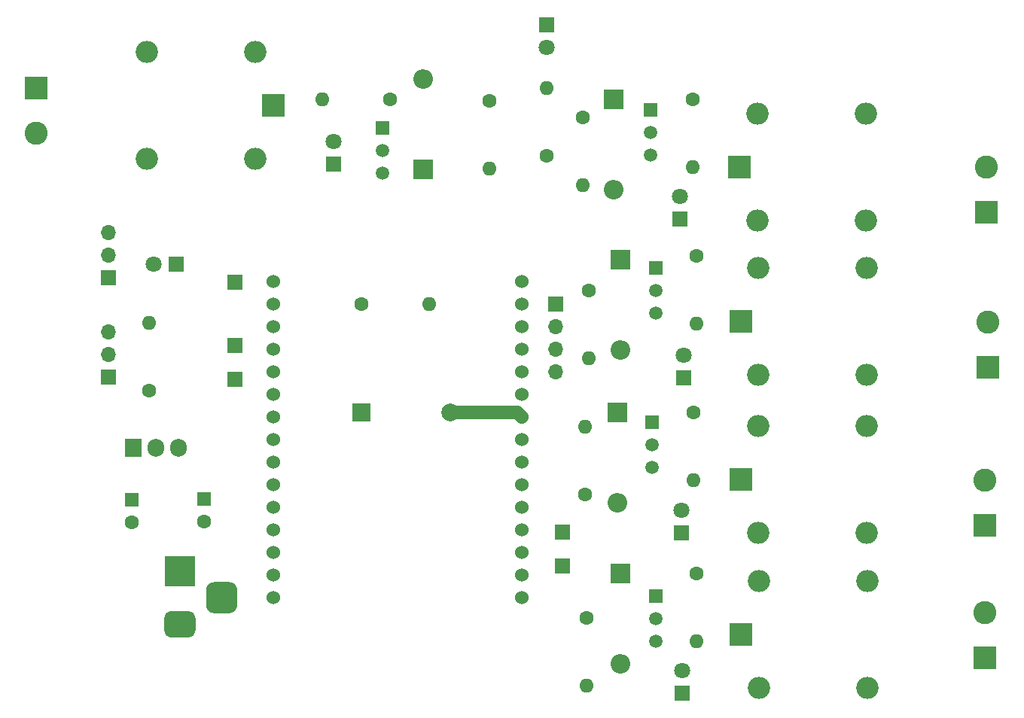
<source format=gbr>
%TF.GenerationSoftware,KiCad,Pcbnew,(5.1.12)-1*%
%TF.CreationDate,2022-04-15T12:04:31+05:30*%
%TF.ProjectId,smart_car,736d6172-745f-4636-9172-2e6b69636164,rev?*%
%TF.SameCoordinates,Original*%
%TF.FileFunction,Copper,L2,Bot*%
%TF.FilePolarity,Positive*%
%FSLAX46Y46*%
G04 Gerber Fmt 4.6, Leading zero omitted, Abs format (unit mm)*
G04 Created by KiCad (PCBNEW (5.1.12)-1) date 2022-04-15 12:04:31*
%MOMM*%
%LPD*%
G01*
G04 APERTURE LIST*
%TA.AperFunction,ComponentPad*%
%ADD10R,1.700000X1.700000*%
%TD*%
%TA.AperFunction,ComponentPad*%
%ADD11C,2.600000*%
%TD*%
%TA.AperFunction,ComponentPad*%
%ADD12R,2.600000X2.600000*%
%TD*%
%TA.AperFunction,ComponentPad*%
%ADD13C,1.600000*%
%TD*%
%TA.AperFunction,ComponentPad*%
%ADD14R,1.600000X1.600000*%
%TD*%
%TA.AperFunction,ComponentPad*%
%ADD15C,1.524000*%
%TD*%
%TA.AperFunction,ComponentPad*%
%ADD16O,1.600000X1.600000*%
%TD*%
%TA.AperFunction,ComponentPad*%
%ADD17R,1.500000X1.500000*%
%TD*%
%TA.AperFunction,ComponentPad*%
%ADD18C,1.500000*%
%TD*%
%TA.AperFunction,ComponentPad*%
%ADD19O,2.500000X2.500000*%
%TD*%
%TA.AperFunction,ComponentPad*%
%ADD20R,2.500000X2.500000*%
%TD*%
%TA.AperFunction,ComponentPad*%
%ADD21O,1.700000X1.700000*%
%TD*%
%TA.AperFunction,ComponentPad*%
%ADD22C,1.800000*%
%TD*%
%TA.AperFunction,ComponentPad*%
%ADD23R,1.800000X1.800000*%
%TD*%
%TA.AperFunction,ComponentPad*%
%ADD24O,2.200000X2.200000*%
%TD*%
%TA.AperFunction,ComponentPad*%
%ADD25R,2.200000X2.200000*%
%TD*%
%TA.AperFunction,ComponentPad*%
%ADD26R,2.000000X2.000000*%
%TD*%
%TA.AperFunction,ComponentPad*%
%ADD27C,2.000000*%
%TD*%
%TA.AperFunction,ComponentPad*%
%ADD28O,1.905000X2.000000*%
%TD*%
%TA.AperFunction,ComponentPad*%
%ADD29R,1.905000X2.000000*%
%TD*%
%TA.AperFunction,ComponentPad*%
%ADD30R,3.500000X3.500000*%
%TD*%
%TA.AperFunction,Conductor*%
%ADD31C,1.500000*%
%TD*%
G04 APERTURE END LIST*
D10*
%TO.P,J9,1*%
%TO.N,expin4*%
X66040000Y-123190000D03*
%TD*%
%TO.P,J8,1*%
%TO.N,expin3*%
X66040000Y-119380000D03*
%TD*%
%TO.P,J7,1*%
%TO.N,espin2*%
X102870000Y-144145000D03*
%TD*%
%TO.P,J6,1*%
%TO.N,espin1*%
X102870000Y-140335000D03*
%TD*%
%TO.P,J5,1*%
%TO.N,expin*%
X66040000Y-112268000D03*
%TD*%
D11*
%TO.P,J14,2*%
%TO.N,Net-(J14-Pad2)*%
X150431500Y-149415500D03*
D12*
%TO.P,J14,1*%
%TO.N,Net-(J14-Pad1)*%
X150431500Y-154495500D03*
%TD*%
D11*
%TO.P,J13,2*%
%TO.N,Net-(J13-Pad2)*%
X150431500Y-134493000D03*
D12*
%TO.P,J13,1*%
%TO.N,Net-(J13-Pad1)*%
X150431500Y-139573000D03*
%TD*%
D11*
%TO.P,J12,2*%
%TO.N,Net-(J12-Pad2)*%
X150558500Y-99250500D03*
D12*
%TO.P,J12,1*%
%TO.N,Net-(J12-Pad1)*%
X150558500Y-104330500D03*
%TD*%
D11*
%TO.P,J11,2*%
%TO.N,Net-(J11-Pad2)*%
X150749000Y-116713000D03*
D12*
%TO.P,J11,1*%
%TO.N,Net-(J11-Pad1)*%
X150749000Y-121793000D03*
%TD*%
D11*
%TO.P,J10,2*%
%TO.N,Net-(J10-Pad2)*%
X43688000Y-95504000D03*
D12*
%TO.P,J10,1*%
%TO.N,Net-(J10-Pad1)*%
X43688000Y-90424000D03*
%TD*%
D13*
%TO.P,C2,2*%
%TO.N,GND*%
X62585600Y-139139300D03*
D14*
%TO.P,C2,1*%
%TO.N,VCC*%
X62585600Y-136639300D03*
%TD*%
D15*
%TO.P,U2,30*%
%TO.N,headlamp*%
X98298000Y-112141000D03*
%TO.P,U2,29*%
%TO.N,buzz*%
X98298000Y-114681000D03*
%TO.P,U2,28*%
%TO.N,echo*%
X98298000Y-117221000D03*
%TO.P,U2,27*%
%TO.N,trigger*%
X98298000Y-119761000D03*
%TO.P,U2,26*%
%TO.N,relay5*%
X98298000Y-122301000D03*
%TO.P,U2,25*%
%TO.N,N/C*%
X98298000Y-124841000D03*
%TO.P,U2,24*%
%TO.N,GND*%
X98298000Y-127381000D03*
%TO.P,U2,23*%
%TO.N,relay1*%
X98298000Y-129921000D03*
%TO.P,U2,22*%
%TO.N,relay2*%
X98298000Y-132461000D03*
%TO.P,U2,21*%
%TO.N,relay3*%
X98298000Y-135001000D03*
%TO.P,U2,20*%
%TO.N,relay4*%
X98298000Y-137541000D03*
%TO.P,U2,19*%
%TO.N,espin1*%
X98298000Y-140081000D03*
%TO.P,U2,18*%
%TO.N,espin2*%
X98298000Y-142621000D03*
%TO.P,U2,17*%
%TO.N,GND*%
X98298000Y-145161000D03*
%TO.P,U2,16*%
%TO.N,N/C*%
X98298000Y-147701000D03*
%TO.P,U2,15*%
%TO.N,VCC*%
X70358000Y-147701000D03*
%TO.P,U2,14*%
%TO.N,GND*%
X70358000Y-145161000D03*
%TO.P,U2,13*%
%TO.N,N/C*%
X70358000Y-142621000D03*
%TO.P,U2,12*%
X70358000Y-140081000D03*
%TO.P,U2,11*%
X70358000Y-137541000D03*
%TO.P,U2,10*%
%TO.N,GND*%
X70358000Y-135001000D03*
%TO.P,U2,9*%
%TO.N,N/C*%
X70358000Y-132461000D03*
%TO.P,U2,8*%
X70358000Y-129921000D03*
%TO.P,U2,7*%
X70358000Y-127381000D03*
%TO.P,U2,6*%
X70358000Y-124841000D03*
%TO.P,U2,5*%
%TO.N,expin4*%
X70358000Y-122301000D03*
%TO.P,U2,4*%
%TO.N,expin3*%
X70358000Y-119761000D03*
%TO.P,U2,3*%
%TO.N,N/C*%
X70358000Y-117221000D03*
%TO.P,U2,2*%
%TO.N,GND*%
X70358000Y-114681000D03*
%TO.P,U2,1*%
%TO.N,expin*%
X70358000Y-112141000D03*
%TD*%
D16*
%TO.P,R7,2*%
%TO.N,Net-(D6-Pad2)*%
X75844400Y-91643200D03*
D13*
%TO.P,R7,1*%
%TO.N,VCC*%
X83464400Y-91643200D03*
%TD*%
D16*
%TO.P,R4,2*%
%TO.N,relay5*%
X94691200Y-99466400D03*
D13*
%TO.P,R4,1*%
%TO.N,Net-(Q1-Pad2)*%
X94691200Y-91846400D03*
%TD*%
D16*
%TO.P,R2,2*%
%TO.N,Net-(D1-Pad2)*%
X101092000Y-90424000D03*
D13*
%TO.P,R2,1*%
%TO.N,headlamp*%
X101092000Y-98044000D03*
%TD*%
D16*
%TO.P,R1,2*%
%TO.N,buzz*%
X87947500Y-114681000D03*
D13*
%TO.P,R1,1*%
%TO.N,Net-(BZ1-Pad1)*%
X80327500Y-114681000D03*
%TD*%
D17*
%TO.P,Q1,1*%
%TO.N,Net-(D3-Pad2)*%
X82651600Y-94843600D03*
D18*
%TO.P,Q1,3*%
%TO.N,GND*%
X82651600Y-99923600D03*
%TO.P,Q1,2*%
%TO.N,Net-(Q1-Pad2)*%
X82651600Y-97383600D03*
%TD*%
D19*
%TO.P,K1,5*%
%TO.N,VCC*%
X68358000Y-98354400D03*
%TO.P,K1,4*%
%TO.N,N/C*%
X56158000Y-98354400D03*
%TO.P,K1,3*%
%TO.N,Net-(J10-Pad1)*%
X56158000Y-86354400D03*
%TO.P,K1,2*%
%TO.N,Net-(D3-Pad2)*%
X68358000Y-86354400D03*
D20*
%TO.P,K1,1*%
%TO.N,Net-(J10-Pad2)*%
X70358000Y-92354400D03*
%TD*%
D21*
%TO.P,J2,4*%
%TO.N,GND*%
X102108000Y-122301000D03*
%TO.P,J2,3*%
%TO.N,trigger*%
X102108000Y-119761000D03*
%TO.P,J2,2*%
%TO.N,echo*%
X102108000Y-117221000D03*
D10*
%TO.P,J2,1*%
%TO.N,VCC*%
X102108000Y-114681000D03*
%TD*%
D22*
%TO.P,D6,2*%
%TO.N,Net-(D6-Pad2)*%
X77114400Y-96418400D03*
D23*
%TO.P,D6,1*%
%TO.N,Net-(D3-Pad2)*%
X77114400Y-98958400D03*
%TD*%
D24*
%TO.P,D3,2*%
%TO.N,Net-(D3-Pad2)*%
X87249000Y-89408000D03*
D25*
%TO.P,D3,1*%
%TO.N,VCC*%
X87249000Y-99568000D03*
%TD*%
D22*
%TO.P,D1,2*%
%TO.N,Net-(D1-Pad2)*%
X101092000Y-85852000D03*
D23*
%TO.P,D1,1*%
%TO.N,GND*%
X101092000Y-83312000D03*
%TD*%
D26*
%TO.P,BZ1,1*%
%TO.N,Net-(BZ1-Pad1)*%
X80264000Y-126873000D03*
D27*
%TO.P,BZ1,2*%
%TO.N,GND*%
X90264000Y-126873000D03*
%TD*%
D17*
%TO.P,Q2,1*%
%TO.N,Net-(D4-Pad2)*%
X113411000Y-110617000D03*
D18*
%TO.P,Q2,3*%
%TO.N,GND*%
X113411000Y-115697000D03*
%TO.P,Q2,2*%
%TO.N,Net-(Q2-Pad2)*%
X113411000Y-113157000D03*
%TD*%
D17*
%TO.P,Q3,1*%
%TO.N,Net-(D5-Pad2)*%
X112839500Y-92837000D03*
D18*
%TO.P,Q3,3*%
%TO.N,GND*%
X112839500Y-97917000D03*
%TO.P,Q3,2*%
%TO.N,Net-(Q3-Pad2)*%
X112839500Y-95377000D03*
%TD*%
D17*
%TO.P,Q4,1*%
%TO.N,Net-(D11-Pad1)*%
X112966500Y-128016000D03*
D18*
%TO.P,Q4,3*%
%TO.N,GND*%
X112966500Y-133096000D03*
%TO.P,Q4,2*%
%TO.N,Net-(Q4-Pad2)*%
X112966500Y-130556000D03*
%TD*%
D17*
%TO.P,Q5,1*%
%TO.N,Net-(D10-Pad2)*%
X113411000Y-147510500D03*
D18*
%TO.P,Q5,3*%
%TO.N,GND*%
X113411000Y-152590500D03*
%TO.P,Q5,2*%
%TO.N,Net-(Q5-Pad2)*%
X113411000Y-150050500D03*
%TD*%
D28*
%TO.P,U1,3*%
%TO.N,VCC*%
X59690000Y-130873500D03*
%TO.P,U1,2*%
%TO.N,GND*%
X57150000Y-130873500D03*
D29*
%TO.P,U1,1*%
%TO.N,Net-(C1-Pad1)*%
X54610000Y-130873500D03*
%TD*%
D16*
%TO.P,R8,2*%
%TO.N,Net-(D7-Pad2)*%
X117983000Y-116903500D03*
D13*
%TO.P,R8,1*%
%TO.N,VCC*%
X117983000Y-109283500D03*
%TD*%
D16*
%TO.P,R9,2*%
%TO.N,Net-(D8-Pad2)*%
X117538500Y-99250500D03*
D13*
%TO.P,R9,1*%
%TO.N,VCC*%
X117538500Y-91630500D03*
%TD*%
D16*
%TO.P,R12,2*%
%TO.N,Net-(D11-Pad2)*%
X117602000Y-134493000D03*
D13*
%TO.P,R12,1*%
%TO.N,VCC*%
X117602000Y-126873000D03*
%TD*%
D16*
%TO.P,R5,2*%
%TO.N,relay2*%
X105867200Y-120751600D03*
D13*
%TO.P,R5,1*%
%TO.N,Net-(Q2-Pad2)*%
X105867200Y-113131600D03*
%TD*%
D16*
%TO.P,R6,2*%
%TO.N,relay1*%
X105206800Y-101346000D03*
D13*
%TO.P,R6,1*%
%TO.N,Net-(Q3-Pad2)*%
X105206800Y-93726000D03*
%TD*%
D16*
%TO.P,R10,2*%
%TO.N,relay3*%
X105410000Y-128460500D03*
D13*
%TO.P,R10,1*%
%TO.N,Net-(Q4-Pad2)*%
X105410000Y-136080500D03*
%TD*%
D16*
%TO.P,R13,2*%
%TO.N,Net-(D12-Pad2)*%
X117983000Y-152590500D03*
D13*
%TO.P,R13,1*%
%TO.N,VCC*%
X117983000Y-144970500D03*
%TD*%
D16*
%TO.P,R11,2*%
%TO.N,relay4*%
X105600500Y-157607000D03*
D13*
%TO.P,R11,1*%
%TO.N,Net-(Q5-Pad2)*%
X105600500Y-149987000D03*
%TD*%
D16*
%TO.P,R3,2*%
%TO.N,Net-(D2-Pad2)*%
X56388000Y-116840000D03*
D13*
%TO.P,R3,1*%
%TO.N,VCC*%
X56388000Y-124460000D03*
%TD*%
D21*
%TO.P,J4,3*%
%TO.N,GND*%
X51816000Y-106680000D03*
%TO.P,J4,2*%
X51816000Y-109220000D03*
D10*
%TO.P,J4,1*%
X51816000Y-111760000D03*
%TD*%
D21*
%TO.P,J3,3*%
%TO.N,VCC*%
X51816000Y-117856000D03*
%TO.P,J3,2*%
X51816000Y-120396000D03*
D10*
%TO.P,J3,1*%
X51816000Y-122936000D03*
%TD*%
%TO.P,J1,3*%
%TO.N,N/C*%
%TA.AperFunction,ComponentPad*%
G36*
G01*
X65442800Y-149466500D02*
X63692800Y-149466500D01*
G75*
G02*
X62817800Y-148591500I0J875000D01*
G01*
X62817800Y-146841500D01*
G75*
G02*
X63692800Y-145966500I875000J0D01*
G01*
X65442800Y-145966500D01*
G75*
G02*
X66317800Y-146841500I0J-875000D01*
G01*
X66317800Y-148591500D01*
G75*
G02*
X65442800Y-149466500I-875000J0D01*
G01*
G37*
%TD.AperFunction*%
%TO.P,J1,2*%
%TO.N,GND*%
%TA.AperFunction,ComponentPad*%
G36*
G01*
X60867800Y-152216500D02*
X58867800Y-152216500D01*
G75*
G02*
X58117800Y-151466500I0J750000D01*
G01*
X58117800Y-149966500D01*
G75*
G02*
X58867800Y-149216500I750000J0D01*
G01*
X60867800Y-149216500D01*
G75*
G02*
X61617800Y-149966500I0J-750000D01*
G01*
X61617800Y-151466500D01*
G75*
G02*
X60867800Y-152216500I-750000J0D01*
G01*
G37*
%TD.AperFunction*%
D30*
%TO.P,J1,1*%
%TO.N,Net-(C1-Pad1)*%
X59867800Y-144716500D03*
%TD*%
D22*
%TO.P,D7,2*%
%TO.N,Net-(D7-Pad2)*%
X116522500Y-120459500D03*
D23*
%TO.P,D7,1*%
%TO.N,Net-(D4-Pad2)*%
X116522500Y-122999500D03*
%TD*%
D22*
%TO.P,D8,2*%
%TO.N,Net-(D8-Pad2)*%
X116078000Y-102616000D03*
D23*
%TO.P,D8,1*%
%TO.N,Net-(D5-Pad2)*%
X116078000Y-105156000D03*
%TD*%
D22*
%TO.P,D11,2*%
%TO.N,Net-(D11-Pad2)*%
X116268500Y-137858500D03*
D23*
%TO.P,D11,1*%
%TO.N,Net-(D11-Pad1)*%
X116268500Y-140398500D03*
%TD*%
D22*
%TO.P,D12,2*%
%TO.N,Net-(D12-Pad2)*%
X116332000Y-155892500D03*
D23*
%TO.P,D12,1*%
%TO.N,Net-(D10-Pad2)*%
X116332000Y-158432500D03*
%TD*%
D22*
%TO.P,D2,2*%
%TO.N,Net-(D2-Pad2)*%
X56896000Y-110236000D03*
D23*
%TO.P,D2,1*%
%TO.N,GND*%
X59436000Y-110236000D03*
%TD*%
D13*
%TO.P,C1,2*%
%TO.N,GND*%
X54483000Y-139240900D03*
D14*
%TO.P,C1,1*%
%TO.N,Net-(C1-Pad1)*%
X54483000Y-136740900D03*
%TD*%
D19*
%TO.P,K2,5*%
%TO.N,VCC*%
X124936000Y-110649500D03*
%TO.P,K2,4*%
%TO.N,N/C*%
X137136000Y-110649500D03*
%TO.P,K2,3*%
%TO.N,Net-(J11-Pad1)*%
X137136000Y-122649500D03*
%TO.P,K2,2*%
%TO.N,Net-(D4-Pad2)*%
X124936000Y-122649500D03*
D20*
%TO.P,K2,1*%
%TO.N,Net-(J11-Pad2)*%
X122936000Y-116649500D03*
%TD*%
D19*
%TO.P,K3,5*%
%TO.N,VCC*%
X124809000Y-93250500D03*
%TO.P,K3,4*%
%TO.N,N/C*%
X137009000Y-93250500D03*
%TO.P,K3,3*%
%TO.N,Net-(J12-Pad1)*%
X137009000Y-105250500D03*
%TO.P,K3,2*%
%TO.N,Net-(D5-Pad2)*%
X124809000Y-105250500D03*
D20*
%TO.P,K3,1*%
%TO.N,Net-(J12-Pad2)*%
X122809000Y-99250500D03*
%TD*%
D19*
%TO.P,K4,5*%
%TO.N,VCC*%
X124936000Y-128429500D03*
%TO.P,K4,4*%
%TO.N,N/C*%
X137136000Y-128429500D03*
%TO.P,K4,3*%
%TO.N,Net-(J13-Pad1)*%
X137136000Y-140429500D03*
%TO.P,K4,2*%
%TO.N,Net-(D11-Pad1)*%
X124936000Y-140429500D03*
D20*
%TO.P,K4,1*%
%TO.N,Net-(J13-Pad2)*%
X122936000Y-134429500D03*
%TD*%
D19*
%TO.P,K5,5*%
%TO.N,VCC*%
X124999500Y-145828500D03*
%TO.P,K5,4*%
%TO.N,N/C*%
X137199500Y-145828500D03*
%TO.P,K5,3*%
%TO.N,Net-(J14-Pad1)*%
X137199500Y-157828500D03*
%TO.P,K5,2*%
%TO.N,Net-(D10-Pad2)*%
X124999500Y-157828500D03*
D20*
%TO.P,K5,1*%
%TO.N,Net-(J14-Pad2)*%
X122999500Y-151828500D03*
%TD*%
D24*
%TO.P,D4,2*%
%TO.N,Net-(D4-Pad2)*%
X109410500Y-119824500D03*
D25*
%TO.P,D4,1*%
%TO.N,VCC*%
X109410500Y-109664500D03*
%TD*%
D24*
%TO.P,D5,2*%
%TO.N,Net-(D5-Pad2)*%
X108648500Y-101790500D03*
D25*
%TO.P,D5,1*%
%TO.N,VCC*%
X108648500Y-91630500D03*
%TD*%
D24*
%TO.P,D9,2*%
%TO.N,Net-(D11-Pad1)*%
X109093000Y-137033000D03*
D25*
%TO.P,D9,1*%
%TO.N,VCC*%
X109093000Y-126873000D03*
%TD*%
D24*
%TO.P,D10,2*%
%TO.N,Net-(D10-Pad2)*%
X109410500Y-155130500D03*
D25*
%TO.P,D10,1*%
%TO.N,VCC*%
X109410500Y-144970500D03*
%TD*%
D31*
%TO.N,GND*%
X97790000Y-126873000D02*
X98298000Y-127381000D01*
X90264000Y-126873000D02*
X97790000Y-126873000D01*
%TD*%
M02*

</source>
